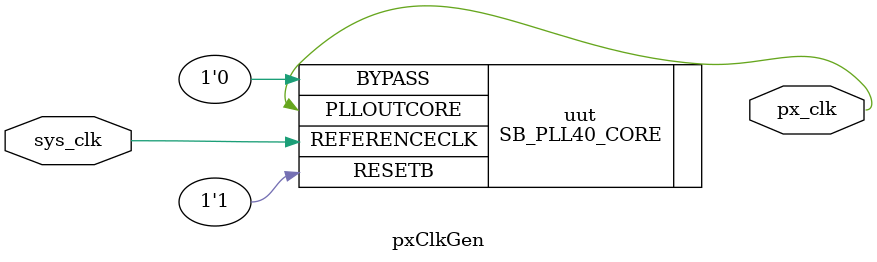
<source format=v>
module pxClkGen #(
        parameter FDivider = 7'd49      // Feedback divider default for 16Mhz->50Mhz.
)
(
        input wire       sys_clk,       // System clock (16Mhz)
        output wire      px_clk         // Pixel clock.
);
 
// Generated values for pixel clock of 50.0Mhz for 800x600@72Hz.
// $ ./icepll -i 16 -o 50
// F_PLLIN:    16.000 MHz (given)
// F_PLLOUT:   50.000 MHz (requested)
// F_PLLOUT:   50.000 MHz (achieved)
//
// FEEDBACK: SIMPLE
// F_PFD:   16.000 MHz
// F_VCO:  800.000 MHz
// 
// DIVR:  0 (4'b0000)
// DIVF: 49 (7'b0110001)
// DIVQ:  4 (3'b100)
//
//FILTER_RANGE: 1 (3'b001)
//
SB_PLL40_CORE #(.FEEDBACK_PATH("SIMPLE"),
                .PLLOUT_SELECT("GENCLK"),
                .DIVR(4'd0),
                .DIVF(FDivider),
                .DIVQ(3'd4),
                .FILTER_RANGE(3'b001)
        )
        uut
        (
                .REFERENCECLK(sys_clk),
                .PLLOUTCORE(px_clk),
                .RESETB(1'b1),
                .BYPASS(1'b0)
        );

endmodule

</source>
